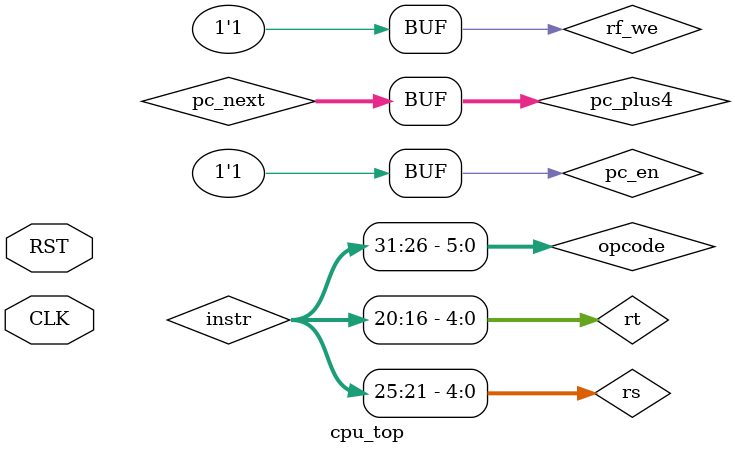
<source format=v>
`timescale 1ns/1ps
`include "alu_defs.vh"

module cpu_top (
    input  wire        CLK,
    input  wire        RST
);
    // PC 関連信号
    wire [31:0] pc;
    wire [31:0] pc_next;
    wire [31:0] pc_plus4;
    
    // 命令メモリ（仮：ダミー命令を返す）
    wire [31:0] instr;
    
    // レジスタファイル信号
    wire [4:0]  rs;
    wire [4:0]  rt;
    wire [4:0]  rd;
    wire [4:0]  rf_waddr;
    wire [31:0] rf_wdata;
    wire        rf_we;
    wire [31:0] rf_rdata1;
    wire [31:0] rf_rdata2;
    
    // ALU 信号
    wire [31:0] alu_a;
    wire [31:0] alu_b;
    wire [3:0]  alu_op;
    wire [31:0] alu_result;
    wire [3:0]  alu_flags;
    
    // 制御信号（簡易版：今は全て 1 でパススルー）
    wire        pc_en;
    
    assign pc_en = 1'b1;  // 常に PC 更新
    
    // ========== PC レジスタ ==========
    assign pc_plus4 = pc + 32'd4;  // PC + 4
    assign pc_next  = pc_plus4;     // 分岐なしなので常に +4
    
    pc_reg u_pc (
        .CLK(CLK),
        .RST(RST),
        .PC_EN(pc_en),
        .PC_NEXT(pc_next),
        .PC(pc)
    );
    
    // ========== 命令メモリ ==========
    imem u_imem (
        .addr(pc),
        .instr(instr)
    );
    
    // ========== 命令デコード ==========
    wire [5:0] opcode;
    wire [5:0] funct;
    wire [15:0] imm;
    wire [31:0] imm_ext;
    
    assign opcode = instr[31:26];
    assign rs     = instr[25:21];
    assign rt     = instr[20:16];
    assign rd     = instr[15:11];
    assign funct  = instr[5:0];
    assign imm    = instr[15:0];
    
    // 即値の符号拡張
    assign imm_ext = {{16{imm[15]}}, imm};
    
    // R-type: opcode = 000000, I-type: opcode != 000000
    wire is_rtype;
    assign is_rtype = (opcode == 6'b000000);
    
    // レジスタファイル制御
    assign rf_waddr = is_rtype ? rd : rt;  // R-type は rd, I-type は rt に書き込み
    assign rf_we    = 1'b1;  // 常に書き込み（NOP 以外）
    assign rf_wdata = alu_result;
    
    // ========== レジスタファイル ==========
    regfile u_regfile (
        .CLK(CLK),
        .RST(RST),
        .WE(rf_we),
        .WADDR(rf_waddr),
        .WDATA(rf_wdata),
        .RADDR1(rs),
        .RADDR2(rt),
        .RDATA1(rf_rdata1),
        .RDATA2(rf_rdata2)
    );
    
    // ========== ALU ==========
    // ALU オペランド B は R-type では rf_rdata2、I-type では即値
    assign alu_a  = rf_rdata1;
    assign alu_b  = is_rtype ? rf_rdata2 : imm_ext;
    
    // ALU 制御デコーダ
    alu_ctrl u_alu_ctrl (
        .opcode(opcode),
        .funct(funct),
        .alu_op(alu_op)
    );
    
    alu_core u_alu (
        .A(alu_a),
        .B(alu_b),
        .alu_op(alu_op),
        .Y(alu_result),
        .FLAGS(alu_flags)
    );

endmodule

</source>
